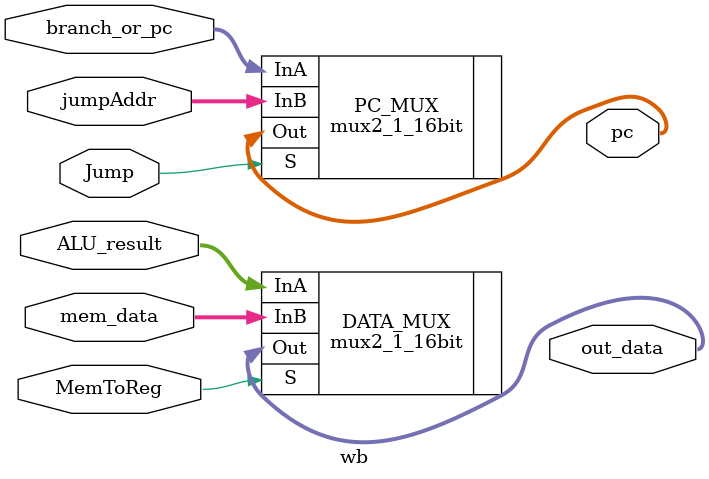
<source format=v>
/*
   CS/ECE 552 Spring '20
  
   Filename        : wb.v
   Description     : This is the module for the overall Write Back stage of the processor.
*/
module wb(jumpAddr, branch_or_pc, Jump, mem_data, ALU_result, MemToReg, 
                  pc, out_data);
   // TODO: Your code here
  input [15:0] jumpAddr;
  input [15:0] branch_or_pc;
  input Jump;                //To jump or not. From control
  input [15:0] mem_data;
  input [15:0] ALU_result;
  input MemToReg;            //Memory result or alu result. From control

  output [15:0] pc;          //New PC. either jump, branch, or pc + 2
  output [15:0] out_data;    //Either mem_data or alu_result

  //JUMP Logic


  //JUMP OR BRANCH_OR_PC Logic
  mux2_1_16bit PC_MUX (.InB(jumpAddr), .InA(branch_or_pc), .S(Jump), .Out(pc));

  //ALU_Result or Data from Memory Logic
  mux2_1_16bit DATA_MUX(.InB(mem_data), .InA(ALU_result), .S(MemToReg), .Out(out_data));

endmodule


</source>
